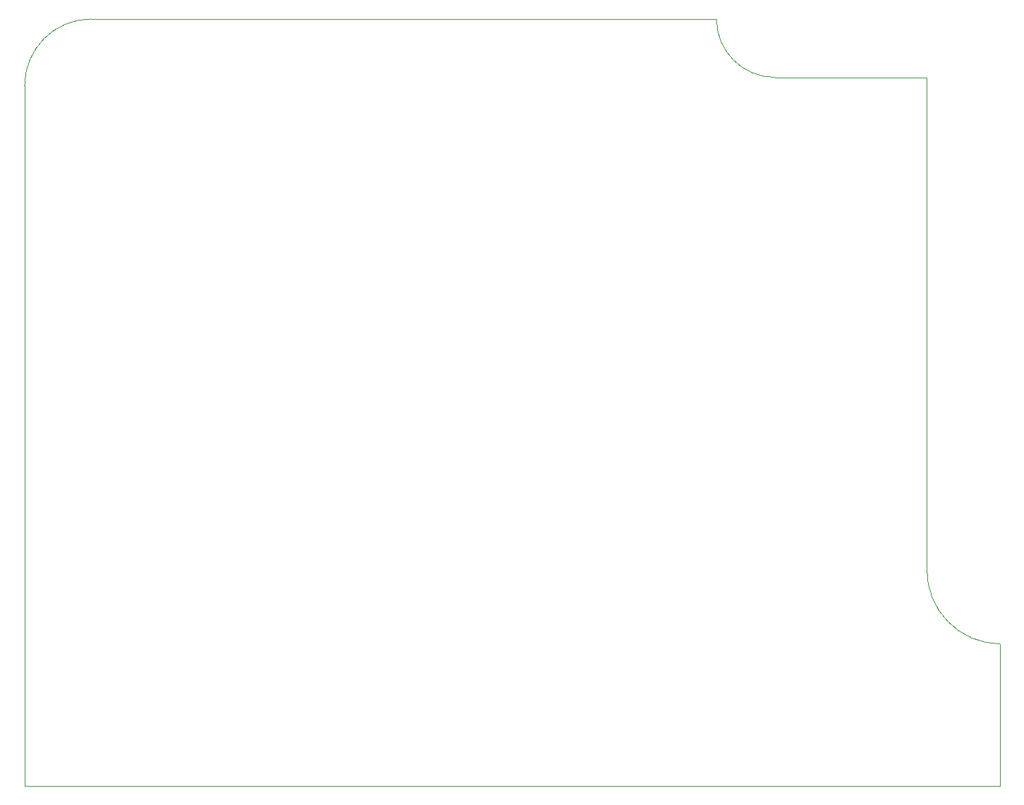
<source format=gm1>
%TF.GenerationSoftware,KiCad,Pcbnew,(5.99.0-12766-g4a3658027e)*%
%TF.CreationDate,2021-12-04T14:16:46+09:00*%
%TF.ProjectId,bottom,626f7474-6f6d-42e6-9b69-6361645f7063,rev?*%
%TF.SameCoordinates,Original*%
%TF.FileFunction,Profile,NP*%
%FSLAX46Y46*%
G04 Gerber Fmt 4.6, Leading zero omitted, Abs format (unit mm)*
G04 Created by KiCad (PCBNEW (5.99.0-12766-g4a3658027e)) date 2021-12-04 14:16:46*
%MOMM*%
%LPD*%
G01*
G04 APERTURE LIST*
%TA.AperFunction,Profile*%
%ADD10C,0.050000*%
%TD*%
G04 APERTURE END LIST*
D10*
X21250000Y-213000000D02*
X138250000Y-213000000D01*
X21250000Y-213000000D02*
X21250000Y-129000000D01*
X104250000Y-121000000D02*
G75*
G03*
X111250000Y-128000000I7000000J0D01*
G01*
X138250000Y-213000000D02*
X138250000Y-196000000D01*
X111250000Y-128000000D02*
X129500000Y-128000000D01*
X129500000Y-128000000D02*
X129500000Y-187000000D01*
X75250000Y-121000000D02*
X104250000Y-121000000D01*
X29250000Y-121000000D02*
X75250000Y-121000000D01*
X138250000Y-196000000D02*
G75*
G02*
X129500000Y-187000000I125000J8875000D01*
G01*
X29250000Y-121000000D02*
G75*
G03*
X21250000Y-129000000I0J-8000000D01*
G01*
M02*

</source>
